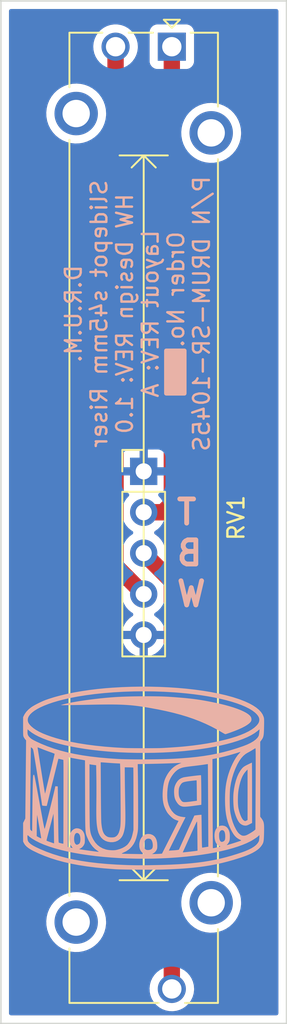
<source format=kicad_pcb>
(kicad_pcb (version 20211014) (generator pcbnew)
  (layers (0 "F.Cu" signal) (31 "B.Cu" signal) (34 "B.Paste" user) (35 "F.Paste" user) (36 "B.SilkS" user "B.Silkscreen") (37 "F.SilkS" user "F.Silkscreen") (38 "B.Mask" user) (39 "F.Mask" user) (44 "Edge.Cuts" user))
  (net 0 "")
  (net 1 "Net-(J1-Pad2)")
  (net 2 "GND")
  (net 3 "Net-(J1-Pad3)")
  (net 4 "Net-(J1-Pad4)")
  (footprint "Connector_PinHeader_2.54mm:PinHeader_1x05_P2.54mm_Vertical" (layer "F.Cu") (at 165.100009 77.475)
    (fp_text reference "J1" hide)
    (fp_text value "Conn_01x05_Male")
    (pad "1" thru_hole rect (at 0 0) (size 1.7 1.7) (drill 1) (layers *.Cu *.Mask) (net 2 "GND"))
    (pad "2" thru_hole oval (at 0 2.54) (size 1.7 1.7) (drill 1) (layers *.Cu *.Mask) (net 1 "Net-(J1-Pad2)"))
    (pad "3" thru_hole oval (at 0 5.08) (size 1.7 1.7) (drill 1) (layers *.Cu *.Mask) (net 3 "Net-(J1-Pad3)"))
    (pad "4" thru_hole oval (at 0 7.62) (size 1.7 1.7) (drill 1) (layers *.Cu *.Mask) (net 4 "Net-(J1-Pad4)"))
    (pad "5" thru_hole oval (at 0 10.16) (size 1.7 1.7) (drill 1) (layers *.Cu *.Mask) (net 2 "GND"))
  )
  (footprint "Potentiometer_THT:Potentiometer_Bourns_PTA4543_Single_Slide" (layer "F.Cu") (at 166.850009 51.110007 -90)
    (fp_text reference "RV1" (at 29.25 -4 -90) (layer "F.SilkS"))
    (fp_text value "R_Potentiometer")
    (pad "1" thru_hole rect (at 0 0 270) (size 1.75 1.75) (drill 1.2) (layers *.Cu *.Mask) (net 1 "Net-(J1-Pad2)"))
    (pad "2" thru_hole circle (at 0 3.5 270) (size 1.75 1.75) (drill 1.2) (layers *.Cu *.Mask) (net 4 "Net-(J1-Pad4)"))
    (pad "3" thru_hole circle (at 58.5 0 270) (size 1.75 1.75) (drill 1.2) (layers *.Cu *.Mask) (net 3 "Net-(J1-Pad3)"))
    (pad "MP" thru_hole circle (at 5.35 -2.45 270) (size 2.7 2.7) (drill 1.7) (layers *.Cu *.Mask))
    (pad "MP" thru_hole circle (at 4.15 5.95 270) (size 2.7 2.7) (drill 1.7) (layers *.Cu *.Mask))
    (pad "MP" thru_hole circle (at 53.15 -2.45 270) (size 2.7 2.7) (drill 1.7) (layers *.Cu *.Mask))
    (pad "MP" thru_hole circle (at 54.35 5.95 270) (size 2.7 2.7) (drill 1.7) (layers *.Cu *.Mask))
  )
  (footprint "LOGO" (layer "B.Cu") (at 165.1 96.52 180)
    (fp_text reference "G***" hide)
    (fp_text value "LOGO" hide)
  )
  (gr_rect (start 156.21 48.26) (end 173.99 111.76) (layer "Edge.Cuts") (width 0.1) (fill none))
  (gr_text "B" (at 167.005 82.55) (layer "B.SilkS") (effects (font (size 1.5 1.5) (thickness 0.3)) (justify right mirror)))
  (gr_text "T" (at 167.005 80.01) (layer "B.SilkS") (effects (font (size 1.5 1.5) (thickness 0.3)) (justify right mirror)))
  (gr_text "D.R.U.M.\nSlidepot s45mm Riser\nHW Design REV: 1.0\nLayout REV: A\nOrder No.    \nP/N DRUM-SR-1045S" (at 164.719 67.691 90) (layer "B.SilkS") (effects (font (size 0.9906 0.9906) (thickness 0.14986)) (justify mirror)))
  (gr_text "W" (at 167.005 85.09) (layer "B.SilkS") (effects (font (size 1.5 1.5) (thickness 0.3)) (justify right mirror)))
  (segment (start 165.100009 80.015) (end 166.30209 80.015) (width 1.016) (layer "F.Cu") (net 1))
  (segment (start 166.850009 79.467081) (end 166.850009 51.110007) (width 1.016) (layer "F.Cu") (net 1))
  (segment (start 166.30209 80.015) (end 166.850009 79.467081) (width 1.016) (layer "F.Cu") (net 1))
  (segment (start 166.850009 84.305) (end 166.850009 109.610007) (width 1.016) (layer "F.Cu") (net 3))
  (segment (start 165.100009 82.555) (end 166.850009 84.305) (width 1.016) (layer "F.Cu") (net 3))
  (segment (start 163.350009 83.345) (end 163.350009 51.110007) (width 1.016) (layer "F.Cu") (net 4))
  (segment (start 165.100009 85.095) (end 163.350009 83.345) (width 1.016) (layer "F.Cu") (net 4))
  (zone (net 2) (net_name "GND") (layers F&B.Cu) (connect_pads (clearance 0.508)) (min_thickness 0.254) (fill yes (thermal_gap 0.508) (thermal_bridge_width 0.508))
    (polygon (pts (xy 173.99 111.76) (xy 156.21 111.76) (xy 156.21 48.26) (xy 173.99 48.26)))
  )
  (zone (net 0) (net_name "") (layer "B.SilkS") (connect_pads (clearance 0.508)) (min_thickness 0.254) (fill yes (thermal_gap 0.508) (thermal_bridge_width 0.508))
    (polygon (pts (xy 167.767 72.771) (xy 166.37 72.771) (xy 166.37 69.85) (xy 167.767 69.85)))
  )
)
</source>
